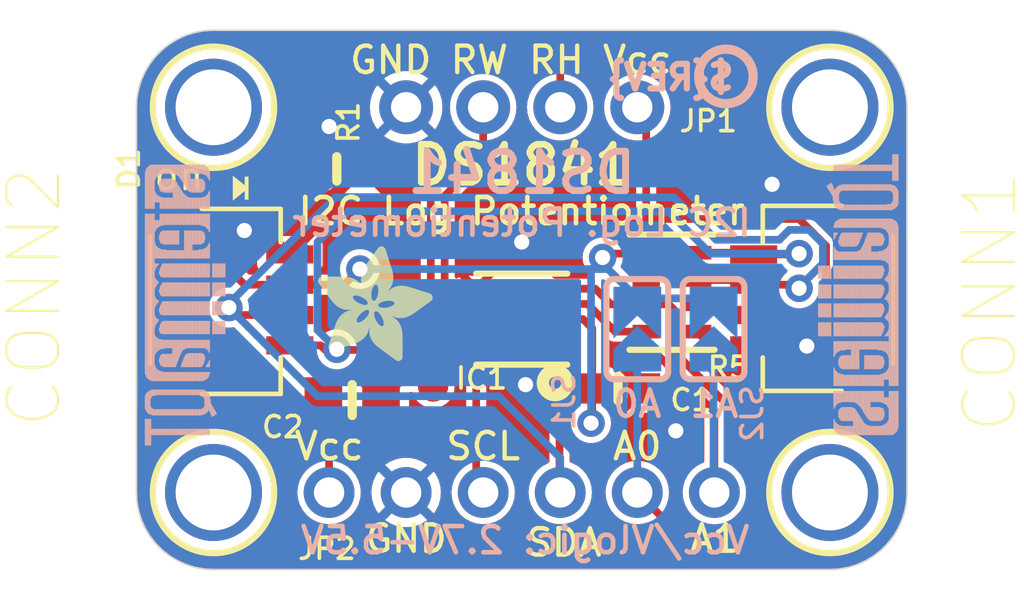
<source format=kicad_pcb>
(kicad_pcb (version 20221018) (generator pcbnew)
  (layers (0 "F.Cu" signal) (31 "B.Cu" signal) (34 "B.Paste" user) (35 "F.Paste" user) (36 "B.SilkS" user "B.Silkscreen") (37 "F.SilkS" user "F.Silkscreen") (38 "B.Mask" user) (39 "F.Mask" user) (44 "Edge.Cuts" user))
  (net 0 "")
  (net 1 "GND")
  (net 2 "SCL")
  (net 3 "SDA")
  (net 4 "VCC")
  (net 5 "A0")
  (net 6 "A1")
  (net 7 "RH")
  (net 8 "RW")
  (net 9 "N$2")
  (footprint "working:MOUNTINGHOLE_2.5_PLATED" (layer "F.Cu") (at 158.6611 111.3536)
    (fp_text reference "U$7" hide)
    (fp_text value "MOUNTINGHOLE2.5" hide)
    (pad "P$1" thru_hole circle (at 0 0) (size 3.2 3.2) (drill 2.5) (layers "*.Cu" "*.Mask"))
    (zone (net 0) (net_name "") (layer "F.Cu") (connect_pads (clearance 0)) (min_thickness 0.25)
      (keepout (tracks not_allowed) (vias not_allowed) (pads not_allowed) (copperpour not_allowed) (footprints allowed))
      (fill (thermal_gap 0.5) (thermal_bridge_width 0.5))
      (polygon (pts (xy 160.6771 111.3536) (xy 160.65748 111.073027) (xy 160.599004 110.797915) (xy 160.502808 110.533619) (xy 160.370765 110.285283) (xy 160.205446 110.05774) (xy 160.010067 109.85542) (xy 159.788433 109.68226) (xy 159.544856 109.541631) (xy 159.284078 109.43627) (xy 159.011175 109.368228) (xy 158.731457 109.338828) (xy 158.450371 109.348644) (xy 158.173385 109.397484) (xy 157.905893 109.484397) (xy 157.6531 109.607693) (xy 157.419926 109.76497) (xy 157.210911 109.953169) (xy 157.030122 110.168625) (xy 156.881078 110.407145) (xy 156.76668 110.664087) (xy 156.689154 110.93445) (xy 156.650011 111.212971) (xy 156.650011 111.494229) (xy 156.689154 111.77275) (xy 156.76668 112.043113) (xy 156.881078 112.300055) (xy 157.030122 112.538575) (xy 157.210911 112.754031) (xy 157.419926 112.94223) (xy 157.6531 113.099507) (xy 157.905893 113.222803) (xy 158.173385 113.309716) (xy 158.450371 113.358556) (xy 158.731457 113.368372) (xy 159.011175 113.338972) (xy 159.284078 113.27093) (xy 159.544856 113.165569) (xy 159.788433 113.02494) (xy 160.010067 112.85178) (xy 160.205446 112.64946) (xy 160.370765 112.421917) (xy 160.502808 112.173581) (xy 160.599004 111.909285) (xy 160.65748 111.634173)))
      (polygon (pts (xy 158.6451 111.3536) (xy 158.649786 111.364914) (xy 158.6611 111.3696) (xy 158.672414 111.364914) (xy 158.6771 111.3536) (xy 158.672414 111.342286) (xy 158.6611 111.3376) (xy 158.649786 111.342286)))
    )
    (zone (net 0) (net_name "") (layer "B.Cu") (connect_pads (clearance 0)) (min_thickness 0.25)
      (keepout (tracks not_allowed) (vias not_allowed) (pads not_allowed) (copperpour not_allowed) (footprints allowed))
      (fill (thermal_gap 0.5) (thermal_bridge_width 0.5))
      (polygon (pts (xy 160.6771 111.3536) (xy 160.65748 111.073027) (xy 160.599004 110.797915) (xy 160.502808 110.533619) (xy 160.370765 110.285283) (xy 160.205446 110.05774) (xy 160.010067 109.85542) (xy 159.788433 109.68226) (xy 159.544856 109.541631) (xy 159.284078 109.43627) (xy 159.011175 109.368228) (xy 158.731457 109.338828) (xy 158.450371 109.348644) (xy 158.173385 109.397484) (xy 157.905893 109.484397) (xy 157.6531 109.607693) (xy 157.419926 109.76497) (xy 157.210911 109.953169) (xy 157.030122 110.168625) (xy 156.881078 110.407145) (xy 156.76668 110.664087) (xy 156.689154 110.93445) (xy 156.650011 111.212971) (xy 156.650011 111.494229) (xy 156.689154 111.77275) (xy 156.76668 112.043113) (xy 156.881078 112.300055) (xy 157.030122 112.538575) (xy 157.210911 112.754031) (xy 157.419926 112.94223) (xy 157.6531 113.099507) (xy 157.905893 113.222803) (xy 158.173385 113.309716) (xy 158.450371 113.358556) (xy 158.731457 113.368372) (xy 159.011175 113.338972) (xy 159.284078 113.27093) (xy 159.544856 113.165569) (xy 159.788433 113.02494) (xy 160.010067 112.85178) (xy 160.205446 112.64946) (xy 160.370765 112.421917) (xy 160.502808 112.173581) (xy 160.599004 111.909285) (xy 160.65748 111.634173)))
      (polygon (pts (xy 158.6451 111.3536) (xy 158.649786 111.364914) (xy 158.6611 111.3696) (xy 158.672414 111.364914) (xy 158.6771 111.3536) (xy 158.672414 111.342286) (xy 158.6611 111.3376) (xy 158.649786 111.342286)))
    )
  )
  (footprint "working:0603-NO" (layer "F.Cu") (at 142.4051 100.6856)
    (fp_text reference "R1" (at 0.381 -2.286 90) (layer "F.SilkS") (effects (font (size 0.692831 0.692831) (thickness 0.119969)) (justify right)))
    (fp_text value "10K")
    (pad "1" smd rect (at -0.85 0) (size 1.075 1) (layers "F.Cu" "F.Paste" "F.Mask") (net 9 "N$2"))
    (pad "2" smd rect (at 0.85 0) (size 1.075 1) (layers "F.Cu" "F.Paste" "F.Mask") (net 1 "GND"))
  )
  (footprint "working:0603-NO" (layer "F.Cu") (at 151.6761 107.9246)
    (fp_text reference "C1" (at 1.651 0.381) (layer "F.SilkS") (effects (font (size 0.692831 0.692831) (thickness 0.119969)) (justify left)))
    (fp_text value "0.1uF")
    (pad "1" smd rect (at -0.85 0) (size 1.075 1) (layers "F.Cu" "F.Paste" "F.Mask") (net 4 "VCC"))
    (pad "2" smd rect (at 0.85 0) (size 1.075 1) (layers "F.Cu" "F.Paste" "F.Mask") (net 1 "GND"))
  )
  (footprint "working:FIDUCIAL_1MM" (layer "F.Cu") (at 145.5801 107.8611)
    (fp_text reference "FID1" hide)
    (fp_text value "FIDUCIAL_1MM" hide)
    (pad "1" smd roundrect (at 0 0) (size 1 1) (layers "F.Cu" "F.Mask") (roundrect_rratio 0.5))
  )
  (footprint "working:MOUNTINGHOLE_2.5_PLATED" (layer "F.Cu") (at 138.3411 98.6536)
    (fp_text reference "U$2" hide)
    (fp_text value "MOUNTINGHOLE2.5" hide)
    (pad "P$1" thru_hole circle (at 0 0) (size 3.2 3.2) (drill 2.5) (layers "*.Cu" "*.Mask"))
    (zone (net 0) (net_name "") (layer "F.Cu") (connect_pads (clearance 0)) (min_thickness 0.25)
      (keepout (tracks not_allowed) (vias not_allowed) (pads not_allowed) (copperpour not_allowed) (footprints allowed))
      (fill (thermal_gap 0.5) (thermal_bridge_width 0.5))
      (polygon (pts (xy 140.3571 98.6536) (xy 140.33748 98.373027) (xy 140.279004 98.097915) (xy 140.182808 97.833619) (xy 140.050765 97.585283) (xy 139.885446 97.35774) (xy 139.690067 97.15542) (xy 139.468433 96.98226) (xy 139.224856 96.841631) (xy 138.964078 96.73627) (xy 138.691175 96.668228) (xy 138.411457 96.638828) (xy 138.130371 96.648644) (xy 137.853385 96.697484) (xy 137.585893 96.784397) (xy 137.3331 96.907693) (xy 137.099926 97.06497) (xy 136.890911 97.253169) (xy 136.710122 97.468625) (xy 136.561078 97.707145) (xy 136.44668 97.964087) (xy 136.369154 98.23445) (xy 136.330011 98.512971) (xy 136.330011 98.794229) (xy 136.369154 99.07275) (xy 136.44668 99.343113) (xy 136.561078 99.600055) (xy 136.710122 99.838575) (xy 136.890911 100.054031) (xy 137.099926 100.24223) (xy 137.3331 100.399507) (xy 137.585893 100.522803) (xy 137.853385 100.609716) (xy 138.130371 100.658556) (xy 138.411457 100.668372) (xy 138.691175 100.638972) (xy 138.964078 100.57093) (xy 139.224856 100.465569) (xy 139.468433 100.32494) (xy 139.690067 100.15178) (xy 139.885446 99.94946) (xy 140.050765 99.721917) (xy 140.182808 99.473581) (xy 140.279004 99.209285) (xy 140.33748 98.934173)))
      (polygon (pts (xy 138.3251 98.6536) (xy 138.329786 98.664914) (xy 138.3411 98.6696) (xy 138.352414 98.664914) (xy 138.3571 98.6536) (xy 138.352414 98.642286) (xy 138.3411 98.6376) (xy 138.329786 98.642286)))
    )
    (zone (net 0) (net_name "") (layer "B.Cu") (connect_pads (clearance 0)) (min_thickness 0.25)
      (keepout (tracks not_allowed) (vias not_allowed) (pads not_allowed) (copperpour not_allowed) (footprints allowed))
      (fill (thermal_gap 0.5) (thermal_bridge_width 0.5))
      (polygon (pts (xy 140.3571 98.6536) (xy 140.33748 98.373027) (xy 140.279004 98.097915) (xy 140.182808 97.833619) (xy 140.050765 97.585283) (xy 139.885446 97.35774) (xy 139.690067 97.15542) (xy 139.468433 96.98226) (xy 139.224856 96.841631) (xy 138.964078 96.73627) (xy 138.691175 96.668228) (xy 138.411457 96.638828) (xy 138.130371 96.648644) (xy 137.853385 96.697484) (xy 137.585893 96.784397) (xy 137.3331 96.907693) (xy 137.099926 97.06497) (xy 136.890911 97.253169) (xy 136.710122 97.468625) (xy 136.561078 97.707145) (xy 136.44668 97.964087) (xy 136.369154 98.23445) (xy 136.330011 98.512971) (xy 136.330011 98.794229) (xy 136.369154 99.07275) (xy 136.44668 99.343113) (xy 136.561078 99.600055) (xy 136.710122 99.838575) (xy 136.890911 100.054031) (xy 137.099926 100.24223) (xy 137.3331 100.399507) (xy 137.585893 100.522803) (xy 137.853385 100.609716) (xy 138.130371 100.658556) (xy 138.411457 100.668372) (xy 138.691175 100.638972) (xy 138.964078 100.57093) (xy 139.224856 100.465569) (xy 139.468433 100.32494) (xy 139.690067 100.15178) (xy 139.885446 99.94946) (xy 140.050765 99.721917) (xy 140.182808 99.473581) (xy 140.279004 99.209285) (xy 140.33748 98.934173)))
      (polygon (pts (xy 138.3251 98.6536) (xy 138.329786 98.664914) (xy 138.3411 98.6696) (xy 138.352414 98.664914) (xy 138.3571 98.6536) (xy 138.352414 98.642286) (xy 138.3411 98.6376) (xy 138.329786 98.642286)))
    )
  )
  (footprint "working:MOUNTINGHOLE_2.5_PLATED" (layer "F.Cu") (at 158.6611 98.6536)
    (fp_text reference "U$3" hide)
    (fp_text value "MOUNTINGHOLE2.5" hide)
    (pad "P$1" thru_hole circle (at 0 0) (size 3.2 3.2) (drill 2.5) (layers "*.Cu" "*.Mask"))
    (zone (net 0) (net_name "") (layer "F.Cu") (connect_pads (clearance 0)) (min_thickness 0.25)
      (keepout (tracks not_allowed) (vias not_allowed) (pads not_allowed) (copperpour not_allowed) (footprints allowed))
      (fill (thermal_gap 0.5) (thermal_bridge_width 0.5))
      (polygon (pts (xy 160.6771 98.6536) (xy 160.65748 98.373027) (xy 160.599004 98.097915) (xy 160.502808 97.833619) (xy 160.370765 97.585283) (xy 160.205446 97.35774) (xy 160.010067 97.15542) (xy 159.788433 96.98226) (xy 159.544856 96.841631) (xy 159.284078 96.73627) (xy 159.011175 96.668228) (xy 158.731457 96.638828) (xy 158.450371 96.648644) (xy 158.173385 96.697484) (xy 157.905893 96.784397) (xy 157.6531 96.907693) (xy 157.419926 97.06497) (xy 157.210911 97.253169) (xy 157.030122 97.468625) (xy 156.881078 97.707145) (xy 156.76668 97.964087) (xy 156.689154 98.23445) (xy 156.650011 98.512971) (xy 156.650011 98.794229) (xy 156.689154 99.07275) (xy 156.76668 99.343113) (xy 156.881078 99.600055) (xy 157.030122 99.838575) (xy 157.210911 100.054031) (xy 157.419926 100.24223) (xy 157.6531 100.399507) (xy 157.905893 100.522803) (xy 158.173385 100.609716) (xy 158.450371 100.658556) (xy 158.731457 100.668372) (xy 159.011175 100.638972) (xy 159.284078 100.57093) (xy 159.544856 100.465569) (xy 159.788433 100.32494) (xy 160.010067 100.15178) (xy 160.205446 99.94946) (xy 160.370765 99.721917) (xy 160.502808 99.473581) (xy 160.599004 99.209285) (xy 160.65748 98.934173)))
      (polygon (pts (xy 158.6451 98.6536) (xy 158.649786 98.664914) (xy 158.6611 98.6696) (xy 158.672414 98.664914) (xy 158.6771 98.6536) (xy 158.672414 98.642286) (xy 158.6611 98.6376) (xy 158.649786 98.642286)))
    )
    (zone (net 0) (net_name "") (layer "B.Cu") (connect_pads (clearance 0)) (min_thickness 0.25)
      (keepout (tracks not_allowed) (vias not_allowed) (pads not_allowed) (copperpour not_allowed) (footprints allowed))
      (fill (thermal_gap 0.5) (thermal_bridge_width 0.5))
      (polygon (pts (xy 160.6771 98.6536) (xy 160.65748 98.373027) (xy 160.599004 98.097915) (xy 160.502808 97.833619) (xy 160.370765 97.585283) (xy 160.205446 97.35774) (xy 160.010067 97.15542) (xy 159.788433 96.98226) (xy 159.544856 96.841631) (xy 159.284078 96.73627) (xy 159.011175 96.668228) (xy 158.731457 96.638828) (xy 158.450371 96.648644) (xy 158.173385 96.697484) (xy 157.905893 96.784397) (xy 157.6531 96.907693) (xy 157.419926 97.06497) (xy 157.210911 97.253169) (xy 157.030122 97.468625) (xy 156.881078 97.707145) (xy 156.76668 97.964087) (xy 156.689154 98.23445) (xy 156.650011 98.512971) (xy 156.650011 98.794229) (xy 156.689154 99.07275) (xy 156.76668 99.343113) (xy 156.881078 99.600055) (xy 157.030122 99.838575) (xy 157.210911 100.054031) (xy 157.419926 100.24223) (xy 157.6531 100.399507) (xy 157.905893 100.522803) (xy 158.173385 100.609716) (xy 158.450371 100.658556) (xy 158.731457 100.668372) (xy 159.011175 100.638972) (xy 159.284078 100.57093) (xy 159.544856 100.465569) (xy 159.788433 100.32494) (xy 160.010067 100.15178) (xy 160.205446 99.94946) (xy 160.370765 99.721917) (xy 160.502808 99.473581) (xy 160.599004 99.209285) (xy 160.65748 98.934173)))
      (polygon (pts (xy 158.6451 98.6536) (xy 158.649786 98.664914) (xy 158.6611 98.6696) (xy 158.672414 98.664914) (xy 158.6771 98.6536) (xy 158.672414 98.642286) (xy 158.6611 98.6376) (xy 158.649786 98.642286)))
    )
  )
  (footprint "working:MOUNTINGHOLE_2.5_PLATED" (layer "F.Cu") (at 138.3411 111.3536)
    (fp_text reference "U$6" hide)
    (fp_text value "MOUNTINGHOLE2.5" hide)
    (pad "P$1" thru_hole circle (at 0 0) (size 3.2 3.2) (drill 2.5) (layers "*.Cu" "*.Mask"))
    (zone (net 0) (net_name "") (layer "F.Cu") (connect_pads (clearance 0)) (min_thickness 0.25)
      (keepout (tracks not_allowed) (vias not_allowed) (pads not_allowed) (copperpour not_allowed) (footprints allowed))
      (fill (thermal_gap 0.5) (thermal_bridge_width 0.5))
      (polygon (pts (xy 140.3571 111.3536) (xy 140.33748 111.073027) (xy 140.279004 110.797915) (xy 140.182808 110.533619) (xy 140.050765 110.285283) (xy 139.885446 110.05774) (xy 139.690067 109.85542) (xy 139.468433 109.68226) (xy 139.224856 109.541631) (xy 138.964078 109.43627) (xy 138.691175 109.368228) (xy 138.411457 109.338828) (xy 138.130371 109.348644) (xy 137.853385 109.397484) (xy 137.585893 109.484397) (xy 137.3331 109.607693) (xy 137.099926 109.76497) (xy 136.890911 109.953169) (xy 136.710122 110.168625) (xy 136.561078 110.407145) (xy 136.44668 110.664087) (xy 136.369154 110.93445) (xy 136.330011 111.212971) (xy 136.330011 111.494229) (xy 136.369154 111.77275) (xy 136.44668 112.043113) (xy 136.561078 112.300055) (xy 136.710122 112.538575) (xy 136.890911 112.754031) (xy 137.099926 112.94223) (xy 137.3331 113.099507) (xy 137.585893 113.222803) (xy 137.853385 113.309716) (xy 138.130371 113.358556) (xy 138.411457 113.368372) (xy 138.691175 113.338972) (xy 138.964078 113.27093) (xy 139.224856 113.165569) (xy 139.468433 113.02494) (xy 139.690067 112.85178) (xy 139.885446 112.64946) (xy 140.050765 112.421917) (xy 140.182808 112.173581) (xy 140.279004 111.909285) (xy 140.33748 111.634173)))
      (polygon (pts (xy 138.3251 111.3536) (xy 138.329786 111.364914) (xy 138.3411 111.3696) (xy 138.352414 111.364914) (xy 138.3571 111.3536) (xy 138.352414 111.342286) (xy 138.3411 111.3376) (xy 138.329786 111.342286)))
    )
    (zone (net 0) (net_name "") (layer "B.Cu") (connect_pads (clearance 0)) (min_thickness 0.25)
      (keepout (tracks not_allowed) (vias not_allowed) (pads not_allowed) (copperpour not_allowed) (footprints allowed))
      (fill (thermal_gap 0.5) (thermal_bridge_width 0.5))
      (polygon (pts (xy 140.3571 111.3536) (xy 140.33748 111.073027) (xy 140.279004 110.797915) (xy 140.182808 110.533619) (xy 140.050765 110.285283) (xy 139.885446 110.05774) (xy 139.690067 109.85542) (xy 139.468433 109.68226) (xy 139.224856 109.541631) (xy 138.964078 109.43627) (xy 138.691175 109.368228) (xy 138.411457 109.338828) (xy 138.130371 109.348644) (xy 137.853385 109.397484) (xy 137.585893 109.484397) (xy 137.3331 109.607693) (xy 137.099926 109.76497) (xy 136.890911 109.953169) (xy 136.710122 110.168625) (xy 136.561078 110.407145) (xy 136.44668 110.664087) (xy 136.369154 110.93445) (xy 136.330011 111.212971) (xy 136.330011 111.494229) (xy 136.369154 111.77275) (xy 136.44668 112.043113) (xy 136.561078 112.300055) (xy 136.710122 112.538575) (xy 136.890911 112.754031) (xy 137.099926 112.94223) (xy 137.3331 113.099507) (xy 137.585893 113.222803) (xy 137.853385 113.309716) (xy 138.130371 113.358556) (xy 138.411457 113.368372) (xy 138.691175 113.338972) (xy 138.964078 113.27093) (xy 139.224856 113.165569) (xy 139.468433 113.02494) (xy 139.690067 112.85178) (xy 139.885446 112.64946) (xy 140.050765 112.421917) (xy 140.182808 112.173581) (xy 140.279004 111.909285) (xy 140.33748 111.634173)))
      (polygon (pts (xy 138.3251 111.3536) (xy 138.329786 111.364914) (xy 138.3411 111.3696) (xy 138.352414 111.364914) (xy 138.3571 111.3536) (xy 138.352414 111.342286) (xy 138.3411 111.3376) (xy 138.329786 111.342286)))
    )
  )
  (footprint "working:JST_SH4" (layer "F.Cu") (at 158.6611 105.0036 90)
    (fp_text reference "CONN1" (at -4.473 5.276 90) (layer "F.SilkS") (effects (font (size 1.703222 1.703222) (thickness 0.074778)) (justify left)))
    (fp_text value "STEMMA_I2C_QT" hide)
    (pad "1" smd rect (at -1.5 -2.514 180) (size 1.55 0.6) (layers "F.Cu" "F.Paste" "F.Mask") (net 1 "GND"))
    (pad "2" smd rect (at -0.5 -2.514 180) (size 1.55 0.6) (layers "F.Cu" "F.Paste" "F.Mask") (net 4 "VCC"))
    (pad "3" smd rect (at 0.5 -2.514 180) (size 1.55 0.6) (layers "F.Cu" "F.Paste" "F.Mask") (net 3 "SDA"))
    (pad "4" smd rect (at 1.5 -2.514 180) (size 1.55 0.6) (layers "F.Cu" "F.Paste" "F.Mask") (net 2 "SCL"))
    (pad "MT1" smd rect (at -2.8 1.386 180) (size 1.8 1.2) (layers "F.Cu" "F.Paste" "F.Mask"))
    (pad "MT2" smd rect (at 2.8 1.386 180) (size 1.8 1.2) (layers "F.Cu" "F.Paste" "F.Mask"))
  )
  (footprint "working:JST_SH4" (layer "F.Cu") (at 138.3411 105.0036 -90)
    (fp_text reference "CONN2" (at -4.473 5.911 90) (layer "F.SilkS") (effects (font (size 1.703222 1.703222) (thickness 0.074778)) (justify right)))
    (fp_text value "STEMMA_I2C_QT" hide)
    (pad "1" smd rect (at -1.5 -2.514) (size 1.55 0.6) (layers "F.Cu" "F.Paste" "F.Mask") (net 1 "GND"))
    (pad "2" smd rect (at -0.5 -2.514) (size 1.55 0.6) (layers "F.Cu" "F.Paste" "F.Mask") (net 4 "VCC"))
    (pad "3" smd rect (at 0.5 -2.514) (size 1.55 0.6) (layers "F.Cu" "F.Paste" "F.Mask") (net 3 "SDA"))
    (pad "4" smd rect (at 1.5 -2.514) (size 1.55 0.6) (layers "F.Cu" "F.Paste" "F.Mask") (net 2 "SCL"))
    (pad "MT1" smd rect (at -2.8 1.386) (size 1.8 1.2) (layers "F.Cu" "F.Paste" "F.Mask"))
    (pad "MT2" smd rect (at 2.8 1.386) (size 1.8 1.2) (layers "F.Cu" "F.Paste" "F.Mask"))
  )
  (footprint "working:0805-NO" (layer "F.Cu") (at 142.9131 108.3056)
    (fp_text reference "C2" (at -3.048 0.889) (layer "F.SilkS") (effects (font (size 0.692831 0.692831) (thickness 0.119969)) (justify left)))
    (fp_text value "10uF")
    (pad "1" smd rect (at -0.95 0) (size 1.24 1.5) (layers "F.Cu" "F.Paste" "F.Mask") (net 4 "VCC"))
    (pad "2" smd rect (at 0.95 0) (size 1.24 1.5) (layers "F.Cu" "F.Paste" "F.Mask") (net 1 "GND"))
  )
  (footprint "working:1X06_ROUND" (layer "F.Cu") (at 148.5011 111.3536)
    (fp_text reference "JP2" (at -7.4422 1.8542) (layer "F.SilkS") (effects (font (size 0.692831 0.692831) (thickness 0.119969)) (justify left)))
    (fp_text value "")
    (pad "1" thru_hole circle (at -6.35 0 90) (size 1.6764 1.6764) (drill 1) (layers "*.Cu" "*.Mask") (net 4 "VCC"))
    (pad "2" thru_hole circle (at -3.81 0 90) (size 1.6764 1.6764) (drill 1) (layers "*.Cu" "*.Mask") (net 1 "GND"))
    (pad "3" thru_hole circle (at -1.27 0 90) (size 1.6764 1.6764) (drill 1) (layers "*.Cu" "*.Mask") (net 2 "SCL"))
    (pad "4" thru_hole circle (at 1.27 0 90) (size 1.6764 1.6764) (drill 1) (layers "*.Cu" "*.Mask") (net 3 "SDA"))
    (pad "5" thru_hole circle (at 3.81 0 90) (size 1.6764 1.6764) (drill 1) (layers "*.Cu" "*.Mask") (net 5 "A0"))
    (pad "6" thru_hole circle (at 6.35 0 90) (size 1.6764 1.6764) (drill 1) (layers "*.Cu" "*.Mask") (net 6 "A1"))
  )
  (footprint "working:1X04_ROUND" (layer "F.Cu") (at 148.5011 98.6536)
    (fp_text reference "JP1" (at 5.1308 0.4572) (layer "F.SilkS") (effects (font (size 0.692831 0.692831) (thickness 0.119969)) (justify left)))
    (fp_text value "")
    (pad "1" thru_hole circle (at -3.81 0 90) (size 1.778 1.778) (drill 1) (layers "*.Cu" "*.Mask") (net 1 "GND"))
    (pad "2" thru_hole circle (at -1.27 0 90) (size 1.778 1.778) (drill 1) (layers "*.Cu" "*.Mask") (net 8 "RW"))
    (pad "3" thru_hole circle (at 1.27 0 90) (size 1.778 1.778) (drill 1) (layers "*.Cu" "*.Mask") (net 7 "RH"))
    (pad "4" thru_hole circle (at 3.81 0 90) (size 1.778 1.778) (drill 1) (layers "*.Cu" "*.Mask") (net 4 "VCC"))
  )
  (footprint "working:FIDUCIAL_1MM" (layer "F.Cu") (at 154.8511 100.6475)
    (fp_text reference "FID2" hide)
    (fp_text value "FIDUCIAL_1MM" hide)
    (pad "1" smd roundrect (at 0 0) (size 1 1) (layers "F.Cu" "F.Mask") (roundrect_rratio 0.5))
  )
  (footprint "working:CHIPLED_0603_NOOUTLINE" (layer "F.Cu") (at 139.2301 101.3206 -90)
    (fp_text reference "D1" (at 0.127 3.683 90) (layer "F.SilkS") (effects (font (size 0.692831 0.692831) (thickness 0.119969)) (justify left)))
    (fp_text value "GREEN")
    (pad "A" smd rect (at 0 0.75 270) (size 0.8 0.8) (layers "F.Cu" "F.Paste" "F.Mask") (net 4 "VCC"))
    (pad "C" smd rect (at 0 -0.75 270) (size 0.8 0.8) (layers "F.Cu" "F.Paste" "F.Mask") (net 9 "N$2"))
  )
  (footprint "working:ADAFRUIT_3.5MM" (layer "F.Cu") (at 141.7701 107.0356)
    (fp_text reference "U$8" hide)
    (fp_text value "" hide)
  )
  (footprint "working:RESPACK_4X0603" (layer "F.Cu") (at 153.4541 104.7496 90)
    (fp_text reference "R5" (at -2.489 2.616) (layer "F.SilkS") (effects (font (size 0.692831 0.692831) (thickness 0.119969)) (justify right)))
    (fp_text value "10K")
    (pad "1" smd rect (at -1.3 0.85 90) (size 0.45 0.9) (layers "F.Cu" "F.Paste" "F.Mask") (net 1 "GND"))
    (pad "2" smd rect (at -0.4 0.85 90) (size 0.45 0.9) (layers "F.Cu" "F.Paste" "F.Mask") (net 1 "GND"))
    (pad "3" smd rect (at 0.4 0.85 90) (size 0.45 0.9) (layers "F.Cu" "F.Paste" "F.Mask") (net 3 "SDA"))
    (pad "4" smd rect (at 1.3 0.85 90) (size 0.45 0.9) (layers "F.Cu" "F.Paste" "F.Mask") (net 2 "SCL"))
    (pad "5" smd rect (at 1.3 -0.85 90) (size 0.45 0.9) (layers "F.Cu" "F.Paste" "F.Mask") (net 4 "VCC"))
    (pad "6" smd rect (at 0.4 -0.85 90) (size 0.45 0.9) (layers "F.Cu" "F.Paste" "F.Mask") (net 4 "VCC"))
    (pad "7" smd rect (at -0.4 -0.85 90) (size 0.45 0.9) (layers "F.Cu" "F.Paste" "F.Mask") (net 5 "A0"))
    (pad "8" smd rect (at -1.3 -0.85 90) (size 0.45 0.9) (layers "F.Cu" "F.Paste" "F.Mask") (net 6 "A1"))
  )
  (footprint "working:DFN10_3X3MM" (layer "F.Cu") (at 148.5011 105.6386 90)
    (fp_text reference "IC1" (at -1.954 -0.405) (layer "F.SilkS") (effects (font (size 0.692831 0.692831) (thickness 0.119969)) (justify right)))
    (fp_text value "DS1841")
    (pad "1" smd rect (at -1 1.5 90) (size 0.25 0.8) (layers "F.Cu" "F.Paste" "F.Mask") (net 3 "SDA"))
    (pad "2" smd rect (at -0.5 1.5 90) (size 0.25 0.8) (layers "F.Cu" "F.Paste" "F.Mask") (net 1 "GND"))
    (pad "3" smd rect (at 0 1.5 90) (size 0.25 0.8) (layers "F.Cu" "F.Paste" "F.Mask") (net 4 "VCC"))
    (pad "4" smd rect (at 0.5 1.5 90) (size 0.25 0.8) (layers "F.Cu" "F.Paste" "F.Mask") (net 6 "A1"))
    (pad "5" smd rect (at 1 1.5 90) (size 0.25 0.8) (layers "F.Cu" "F.Paste" "F.Mask") (net 5 "A0"))
    (pad "6" smd rect (at 1 -1.5 90) (size 0.25 0.8) (layers "F.Cu" "F.Paste" "F.Mask") (net 1 "GND"))
    (pad "7" smd rect (at 0.5 -1.5 90) (size 0.25 0.8) (layers "F.Cu" "F.Paste" "F.Mask") (net 8 "RW"))
    (pad "8" smd rect (at 0 -1.5 90) (size 0.25 0.8) (layers "F.Cu" "F.Paste" "F.Mask") (net 7 "RH"))
    (pad "9" smd rect (at -0.5 -1.5 90) (size 0.25 0.8) (layers "F.Cu" "F.Paste" "F.Mask"))
    (pad "10" smd rect (at -1 -1.5 90) (size 0.25 0.8) (layers "F.Cu" "F.Paste" "F.Mask") (net 2 "SCL"))
    (pad "GND" smd rect (at 0 0 90) (size 2.35 1.58) (layers "F.Cu" "F.Mask") (net 1 "GND"))
  )
  (footprint "working:SOLDERJUMPER_ARROW_NOPASTE" (layer "B.Cu") (at 152.3111 105.9688 90)
    (fp_text reference "SJ1" (at -1.397 -2.413 90) (layer "B.SilkS") (effects (font (size 0.692831 0.692831) (thickness 0.119969)) (justify left mirror)))
    (fp_text value "")
    (fp_poly (pts (xy 0.106121 -0.002663) (xy -0.679416 -0.7882) (xy -1.3946 -0.7882) (xy -1.3946 0.7882) (xy -0.62715 0.7882)) (fill solid) (layer "B.Cu"))
    (fp_poly (pts (xy 1.3946 -0.7882) (xy -0.315893 -0.7882) (xy 0.443148 0) (xy -0.315893 0.7882) (xy 1.3946 0.7882)) (fill solid) (layer "B.Cu"))
    (pad "1" smd roundrect (at -1.016 0 90) (size 0.762 1.524) (layers "B.Cu") (net 5 "A0"))
    (pad "2" smd roundrect (at 1.016 0 90) (size 0.762 1.524) (layers "B.Cu") (net 4 "VCC"))
  )
  (footprint "working:STEMMAQT" (layer "B.Cu") (at 138.7221 100.5586 -90)
    (fp_text reference "U$11" hide)
    (fp_text value "" hide)
  )
  (footprint "working:PCBFEAT-REV-040" (layer "B.Cu") (at 155.2321 97.6376 180)
    (fp_text reference "U$9" hide)
    (fp_text value "" hide)
    (fp_text user "${REV}" (at -0.3556 -0.508) (layer "B.SilkS") (effects (font (size 0.8128 0.8128) (thickness 0.2032)) (justify left bottom mirror)))
  )
  (footprint "working:SOLDERJUMPER_ARROW_NOPASTE" (layer "B.Cu") (at 154.8257 105.9688 90)
    (fp_text reference "SJ2" (at -1.778 1.27 90) (layer "B.SilkS") (effects (font (size 0.692831 0.692831) (thickness 0.119969)) (justify left mirror)))
    (fp_text value "")
    (fp_poly (pts (xy 0.106121 -0.002663) (xy -0.679416 -0.7882) (xy -1.3946 -0.7882) (xy -1.3946 0.7882) (xy -0.62715 0.7882)) (fill solid) (layer "B.Cu"))
    (fp_poly (pts (xy 1.3946 -0.7882) (xy -0.315893 -0.7882) (xy 0.443148 0) (xy -0.315893 0.7882) (xy 1.3946 0.7882)) (fill solid) (layer "B.Cu"))
    (pad "1" smd roundrect (at -1.016 0 90) (size 0.762 1.524) (layers "B.Cu") (net 6 "A1"))
    (pad "2" smd roundrect (at 1.016 0 90) (size 0.762 1.524) (layers "B.Cu") (net 4 "VCC"))
  )
  (footprint "working:STEMMAQT" (layer "B.Cu") (at 158.2801 109.4486 90)
    (fp_text reference "U$10" hide)
    (fp_text value "" hide)
  )
  (gr_arc (start 135.8011 98.6536) (mid 136.545049 96.857549) (end 138.3411 96.1136) (stroke (width 0.05)) (layer "Edge.Cuts"))
  (gr_line (start 161.2011 111.3536) (end 161.2011 98.6536) (stroke (width 0.05)) (layer "Edge.Cuts"))
  (gr_line (start 158.6611 96.1136) (end 138.3411 96.1136) (stroke (width 0.05)) (layer "Edge.Cuts"))
  (gr_arc (start 138.3411 113.8936) (mid 136.545049 113.149651) (end 135.8011 111.3536) (stroke (width 0.05)) (layer "Edge.Cuts"))
  (gr_line (start 135.8011 98.6536) (end 135.8011 111.3536) (stroke (width 0.05)) (layer "Edge.Cuts"))
  (gr_arc (start 158.6611 96.1136) (mid 160.457151 96.857549) (end 161.2011 98.6536) (stroke (width 0.05)) (layer "Edge.Cuts"))
  (gr_arc (start 161.2011 111.3536) (mid 160.457151 113.149651) (end 158.6611 113.8936) (stroke (width 0.05)) (layer "Edge.Cuts"))
  (gr_line (start 138.3411 113.8936) (end 158.6611 113.8936) (stroke (width 0.05)) (layer "Edge.Cuts"))
  (gr_text "Vcc/Vlogic: 2.7V-5.5V" (at 156.0957 113.4364) (layer "B.SilkS") (effects (font (size 0.8636 0.8636) (thickness 0.1524)) (justify left bottom mirror)))
  (gr_text "A0" (at 152.3111 108.4326) (layer "B.SilkS") (effects (font (size 0.8636 0.8636) (thickness 0.1524)) (justify mirror)))
  (gr_text "A1" (at 154.8511 108.4326) (layer "B.SilkS") (effects (font (size 0.8636 0.8636) (thickness 0.1524)) (justify mirror)))
  (gr_text "I2C Log. Potentiometer" (at 148.5011 102.4636) (layer "B.SilkS") (effects (font (size 0.8636 0.8636) (thickness 0.1524)) (justify mirror)))
  (gr_text "DS1841" (at 148.5011 100.8126) (layer "B.SilkS") (effects (font (size 1.2954 1.2954) (thickness 0.2286)) (justify mirror)))
  (gr_text "Vcc" (at 152.3111 97.09785) (layer "F.SilkS") (effects (font (size 0.87376 0.87376) (thickness 0.14224))))
  (gr_text "RW" (at 147.1041 97.09785) (layer "F.SilkS") (effects (font (size 0.87376 0.87376) (thickness 0.14224))))
  (gr_text "GND" (at 144.6911 112.8776) (layer "F.SilkS") (effects (font (size 0.87376 0.87376) (thickness 0.14224))))
  (gr_text "SCL" (at 147.2311 109.8296) (layer "F.SilkS") (effects (font (size 0.87376 0.87376) (thickness 0.14224))))
  (gr_text "RH" (at 149.6441 97.09785) (layer "F.SilkS") (effects (font (size 0.87376 0.87376) (thickness 0.14224))))
  (gr_text "A0" (at 152.3111 109.8296) (layer "F.SilkS") (effects (font (size 0.87376 0.87376) (thickness 0.14224))))
  (gr_text "A1" (at 154.8511 112.8776) (layer "F.SilkS") (effects (font (size 0.87376 0.87376) (thickness 0.14224))))
  (gr_text "Vcc" (at 142.1511 109.8296) (layer "F.SilkS") (effects (font (size 0.87376 0.87376) (thickness 0.14224))))
  (gr_text "on" (at 136.3091 101.4476) (layer "F.SilkS") (effects (font (size 0.89408 0.89408) (thickness 0.12192)) (justify left bottom)))
  (gr_text "DS1841" (at 148.5011 100.5586) (layer "F.SilkS") (effects (font (size 1.25222 1.25222) (thickness 0.22098))))
  (gr_text "I2C Log Potentiometer" (at 148.5011 102.0826) (layer "F.SilkS") (effects (font (size 0.8636 0.8636) (thickness 0.1524))))
  (gr_text "SDA" (at 149.8981 113.0046) (layer "F.SilkS") (effects (font (size 0.87376 0.87376) (thickness 0.14224))))
  (gr_text "GND" (at 144.1831 97.09785) (layer "F.SilkS") (effects (font (size 0.87376 0.87376) (thickness 0.14224))))
  (segment (start 149.0011 106.1386) (end 148.5011 105.6386) (width 0.254) (layer "F.Cu") (net 1))
  (segment (start 150.0011 106.1386) (end 149.0011 106.1386) (width 0.254) (layer "F.Cu") (net 1))
  (via (at 139.3571 102.7176) (size 0.9064) (drill 0.5) (layers "F.Cu" "B.Cu") (net 1))
  (via (at 153.5811 109.3216) (size 0.9064) (drill 0.5) (layers "F.Cu" "B.Cu") (net 1))
  (via (at 148.6281 107.7976) (size 0.9064) (drill 0.5) (layers "F.Cu" "B.Cu") (net 1))
  (via (at 156.7561 101.1936) (size 0.9064) (drill 0.5) (layers "F.Cu" "B.Cu") (net 1))
  (via (at 148.5011 103.0986) (size 0.9064) (drill 0.5) (layers "F.Cu" "B.Cu") (net 1))
  (via (at 142.1511 99.2886) (size 0.9064) (drill 0.5) (layers "F.Cu" "B.Cu") (net 1))
  (via (at 157.8991 106.5276) (size 0.9064) (drill 0.5) (layers "F.Cu" "B.Cu") (net 1))
  (segment (start 157.6211 103.5036) (end 157.6451 103.4796) (width 0.254) (layer "F.Cu") (net 2))
  (segment (start 141.8731 106.5036) (end 142.0241 106.6546) (width 0.254) (layer "F.Cu") (net 2))
  (segment (start 147.0011 111.1236) (end 147.2311 111.3536) (width 0.254) (layer "F.Cu") (net 2))
  (segment (start 142.4265 106.6546) (end 146.9851 106.6546) (width 0.254) (layer "F.Cu") (net 2))
  (segment (start 154.3041 103.4496) (end 156.0931 103.4496) (width 0.254) (layer "F.Cu") (net 2))
  (segment (start 156.0931 103.4496) (end 156.1471 103.5036) (width 0.254) (layer "F.Cu") (net 2))
  (segment (start 140.8551 106.5036) (end 141.8731 106.5036) (width 0.254) (layer "F.Cu") (net 2))
  (segment (start 142.4051 106.6332) (end 142.4265 106.6546) (width 0.254) (layer "F.Cu") (net 2))
  (segment (start 147.0011 106.6386) (end 147.0011 111.1236) (width 0.254) (layer "F.Cu") (net 2))
  (segment (start 146.9851 106.6546) (end 147.0011 106.6386) (width 0.254) (layer "F.Cu") (net 2))
  (segment (start 142.0241 106.6546) (end 142.4265 106.6546) (width 0.254) (layer "F.Cu") (net 2))
  (segment (start 156.1471 103.5036) (end 157.6211 103.5036) (width 0.254) (layer "F.Cu") (net 2))
  (via (at 142.4051 106.6332) (size 0.9064) (drill 0.5) (layers "F.Cu" "B.Cu") (net 2))
  (via (at 157.6451 103.4796) (size 0.9064) (drill 0.5) (layers "F.Cu" "B.Cu") (net 2))
  (segment (start 141.7701 105.9982) (end 142.4051 106.6332) (width 0.254) (layer "B.Cu") (net 2))
  (segment (start 153.3271 102.0826) (end 142.7861 102.0826) (width 0.254) (layer "B.Cu") (net 2))
  (segment (start 154.7241 103.4796) (end 153.3271 102.0826) (width 0.254) (layer "B.Cu") (net 2))
  (segment (start 142.7861 102.0826) (end 141.7701 103.0986) (width 0.254) (layer "B.Cu") (net 2))
  (segment (start 141.7701 103.0986) (end 141.7701 105.9982) (width 0.254) (layer "B.Cu") (net 2))
  (segment (start 157.6451 103.4796) (end 154.7241 103.4796) (width 0.254) (layer "B.Cu") (net 2))
  (segment (start 139.0951 105.5036) (end 138.8491 105.2576) (width 0.254) (layer "F.Cu") (net 3))
  (segment (start 154.3041 104.3496) (end 155.9931 104.3496) (width 0.254) (layer "F.Cu") (net 3))
  (segment (start 140.8551 105.5036) (end 139.0951 105.5036) (width 0.254) (layer "F.Cu") (net 3))
  (segment (start 156.1471 104.5036) (end 157.5261 104.5036) (width 0.254) (layer "F.Cu") (net 3))
  (segment (start 149.7471 106.8926) (end 149.7471 111.3296) (width 0.254) (layer "F.Cu") (net 3))
  (segment (start 157.5261 104.5036) (end 157.6451 104.6226) (width 0.254) (layer "F.Cu") (net 3))
  (segment (start 155.9931 104.3496) (end 156.1471 104.5036) (width 0.254) (layer "F.Cu") (net 3))
  (segment (start 149.7711 111.3536) (end 149.7471 111.3296) (width 0.254) (layer "F.Cu") (net 3))
  (segment (start 150.0011 106.6386) (end 149.7471 106.8926) (width 0.254) (layer "F.Cu") (net 3))
  (via (at 157.6451 104.6226) (size 0.9064) (drill 0.5) (layers "F.Cu" "B.Cu") (net 3))
  (via (at 138.8491 105.2576) (size 0.9064) (drill 0.5) (layers "F.Cu" "B.Cu") (net 3))
  (segment (start 154.913481 103.0224) (end 153.516481 101.6254) (width 0.254) (layer "B.Cu") (net 3))
  (segment (start 157.3206 102.6962) (end 156.9944 103.0224) (width 0.254) (layer "B.Cu") (net 3))
  (segment (start 157.6451 104.5875) (end 158.4285 103.8041) (width 0.254) (layer "B.Cu") (net 3))
  (segment (start 158.4285 103.1551) (end 157.9696 102.6962) (width 0.254) (layer "B.Cu") (net 3))
  (segment (start 153.516481 101.6254) (end 142.3543 101.6254) (width 0.254) (layer "B.Cu") (net 3))
  (segment (start 157.6451 104.6226) (end 157.6451 104.5875) (width 0.254) (layer "B.Cu") (net 3))
  (segment (start 142.3543 101.6254) (end 138.8491 105.1306) (width 0.254) (layer "B.Cu") (net 3))
  (segment (start 141.7701 108.1786) (end 147.7391 108.1786) (width 0.254) (layer "B.Cu") (net 3))
  (segment (start 149.7711 110.2106) (end 149.7711 111.3536) (width 0.254) (layer "B.Cu") (net 3))
  (segment (start 158.4285 103.8041) (end 158.4285 103.1551) (width 0.254) (layer "B.Cu") (net 3))
  (segment (start 156.9944 103.0224) (end 154.913481 103.0224) (width 0.254) (layer "B.Cu") (net 3))
  (segment (start 138.8491 105.2576) (end 141.7701 108.1786) (width 0.254) (layer "B.Cu") (net 3))
  (segment (start 157.9696 102.6962) (end 157.3206 102.6962) (width 0.254) (layer "B.Cu") (net 3))
  (segment (start 147.7391 108.1786) (end 149.7711 110.2106) (width 0.254) (layer "B.Cu") (net 3))
  (segment (start 138.8491 105.1306) (end 138.8491 105.2576) (width 0.254) (layer "B.Cu") (net 3))
  (segment (start 158.5341 104.8766) (end 158.5341 103.2256) (width 0.254) (layer "F.Cu") (net 4))
  (segment (start 150.8261 107.9246) (end 150.8261 109.0286) (width 0.254) (layer "F.Cu") (net 4))
  (segment (start 152.8191 102.3366) (end 152.6041 102.5516) (width 0.254) (layer "F.Cu") (net 4))
  (segment (start 140.1191 108.3056) (end 141.9631 108.3056) (width 0.254) (layer "F.Cu") (net 4))
  (segment (start 138.4801 101.3206) (end 138.4801 103.6186) (width 0.254) (layer "F.Cu") (net 4))
  (segment (start 142.6511 104.5036) (end 143.1671 103.9876) (width 0.254) (layer "F.Cu") (net 4))
  (segment (start 139.3651 104.5036) (end 140.8551 104.5036) (width 0.254) (layer "F.Cu") (net 4))
  (segment (start 158.5341 103.2256) (end 157.6451 102.3366) (width 0.254) (layer "F.Cu") (net 4))
  (segment (start 152.3111 98.6536) (end 152.6041 98.9466) (width 0.254) (layer "F.Cu") (net 4))
  (segment (start 152.6041 103.4496) (end 152.6041 103.4796) (width 0.254) (layer "F.Cu") (net 4))
  (segment (start 138.4801 103.7216) (end 137.5791 104.6226) (width 0.254) (layer "F.Cu") (net 4))
  (segment (start 138.4801 103.6186) (end 139.3651 104.5036) (width 0.254) (layer "F.Cu") (net 4))
  (segment (start 152.6041 98.9466) (end 152.6041 102.5516) (width 0.254) (layer "F.Cu") (net 4))
  (segment (start 157.6451 102.3366) (end 152.8191 102.3366) (width 0.254) (layer "F.Cu") (net 4))
  (segment (start 150.8261 109.0286) (end 150.7871 109.0676) (width 0.254) (layer "F.Cu") (net 4))
  (segment (start 150.8261 105.943182) (end 150.8261 107.9246) (width 0.254) (layer "F.Cu") (net 4))
  (segment (start 138.4801 103.6186) (end 138.4801 103.7216) (width 0.254) (layer "F.Cu") (net 4))
  (segment (start 142.1511 108.4936) (end 142.1511 111.3536) (width 0.254) (layer "F.Cu") (net 4))
  (segment (start 150.0011 105.6386) (end 150.521518 105.6386) (width 0.254) (layer "F.Cu") (net 4))
  (segment (start 152.6041 103.4796) (end 152.6041 104.3496) (width 0.254) (layer "F.Cu") (net 4))
  (segment (start 156.1471 105.5036) (end 157.9071 105.5036) (width 0.254) (layer "F.Cu") (net 4))
  (segment (start 137.5791 105.7656) (end 140.1191 108.3056) (width 0.254) (layer "F.Cu") (net 4))
  (segment (start 157.9071 105.5036) (end 158.5341 104.8766) (width 0.254) (layer "F.Cu") (net 4))
  (segment (start 140.8551 104.5036) (end 142.6511 104.5036) (width 0.254) (layer "F.Cu") (net 4))
  (segment (start 151.2951 103.4796) (end 152.6041 103.4796) (width 0.254) (layer "F.Cu") (net 4))
  (segment (start 151.1681 103.6066) (end 151.2951 103.4796) (width 0.254) (layer "F.Cu") (net 4))
  (segment (start 152.6041 102.5516) (end 152.6041 103.4496) (width 0.254) (layer "F.Cu") (net 4))
  (segment (start 141.9631 108.3056) (end 142.1511 108.4936) (width 0.254) (layer "F.Cu") (net 4))
  (segment (start 137.5791 104.6226) (end 137.5791 105.7656) (width 0.254) (layer "F.Cu") (net 4))
  (segment (start 150.521518 105.6386) (end 150.8261 105.943182) (width 0.254) (layer "F.Cu") (net 4))
  (via (at 143.1671 103.9876) (size 0.9064) (drill 0.5) (layers "F.Cu" "B.Cu") (net 4))
  (via (at 150.7871 109.0676) (size 0.9064) (drill 0.5) (layers "F.Cu" "B.Cu") (net 4))
  (via (at 151.1681 103.6066) (size 0.9064) (drill 0.5) (layers "F.Cu" "B.Cu") (net 4))
  (segment (start 150.7871 103.9876) (end 151.3459 103.9876) (width 0.254) (layer "B.Cu") (net 4))
  (segment (start 143.1671 103.9876) (end 150.7871 103.9876) (width 0.254) (layer "B.Cu") (net 4))
  (segment (start 151.3459 103.9876) (end 151.3459 103.7844) (width 0.254) (layer "B.Cu") (net 4))
  (segment (start 151.3459 103.9876) (end 152.3111 104.9528) (width 0.254) (layer "B.Cu") (net 4))
  (segment (start 154.8257 104.9528) (end 152.3111 104.9528) (width 0.254) (layer "B.Cu") (net 4))
  (segment (start 150.7871 109.0676) (end 150.7871 103.9876) (width 0.254) (layer "B.Cu") (net 4))
  (segment (start 151.3459 103.7844) (end 151.1681 103.6066) (width 0.254) (layer "B.Cu") (net 4))
  (segment (start 153.5811 112.6236) (end 152.3111 111.3536) (width 0.254) (layer "F.Cu") (net 5))
  (segment (start 155.233468 112.6236) (end 153.5811 112.6236) (width 0.254) (layer "F.Cu") (net 5))
  (segment (start 156.0195 111.837569) (end 155.233468 112.6236) (width 0.254) (layer "F.Cu") (net 5))
  (segment (start 150.0011 104.6386) (end 150.9301 104.6386) (width 0.254) (layer "F.Cu") (net 5))
  (segment (start 151.4411 105.1496) (end 152.6041 105.1496) (width 0.254) (layer "F.Cu") (net 5))
  (segment (start 155.3083 110.158432) (end 156.0195 110.869632) (width 0.254) (layer "F.Cu") (net 5))
  (segment (start 156.0195 110.869632) (end 156.0195 111.837569) (width 0.254) (layer "F.Cu") (net 5))
  (segment (start 153.5239 106.712819) (end 155.3083 108.497219) (width 0.254) (layer "F.Cu") (net 5))
  (segment (start 155.3083 108.497219) (end 155.3083 110.158432) (width 0.254) (layer "F.Cu") (net 5))
  (segment (start 152.6041 105.1496) (end 153.3461 105.1496) (width 0.254) (layer "F.Cu") (net 5))
  (segment (start 150.9301 104.6386) (end 151.4411 105.1496) (width 0.254) (layer "F.Cu") (net 5))
  (segment (start 153.3461 105.1496) (end 153.5239 105.3274) (width 0.254) (layer "F.Cu") (net 5))
  (segment (start 153.5239 105.3274) (end 153.5239 106.712819) (width 0.254) (layer "F.Cu") (net 5))
  (segment (start 152.3111 106.9848) (end 152.3111 111.3536) (width 0.254) (layer "B.Cu") (net 5))
  (segment (start 152.6041 106.4396) (end 154.8511 108.6866) (width 0.254) (layer "F.Cu") (net 6))
  (segment (start 150.0011 105.1386) (end 150.6681 105.1386) (width 0.254) (layer "F.Cu") (net 6))
  (segment (start 154.8511 108.6866) (end 154.8511 111.3536) (width 0.254) (layer "F.Cu") (net 6))
  (segment (start 150.6681 105.1386) (end 151.5791 106.0496) (width 0.254) (layer "F.Cu") (net 6))
  (segment (start 152.6041 106.0496) (end 152.6041 106.4396) (width 0.254) (layer "F.Cu") (net 6))
  (segment (start 151.5791 106.0496) (end 152.6041 106.0496) (width 0.254) (layer "F.Cu") (net 6))
  (segment (start 154.8257 111.3282) (end 154.8511 111.3536) (width 0.254) (layer "B.Cu") (net 6))
  (segment (start 154.8257 106.9848) (end 154.8257 111.3282) (width 0.254) (layer "B.Cu") (net 6))
  (segment (start 146.0119 100.3808) (end 146.0119 97.7138) (width 0.254) (layer "F.Cu") (net 7))
  (segment (start 147.0011 105.6386) (end 145.8341 105.6386) (width 0.254) (layer "F.Cu") (net 7))
  (segment (start 146.5961 97.1296) (end 149.6441 97.1296) (width 0.254) (layer "F.Cu") (net 7))
  (segment (start 146.0119 97.7138) (end 146.5961 97.1296) (width 0.254) (layer "F.Cu") (net 7))
  (segment (start 149.6441 97.1296) (end 149.7711 97.2566) (width 0.254) (layer "F.Cu") (net 7))
  (segment (start 145.8341 105.6386) (end 145.5039 105.3084) (width 0.254) (layer "F.Cu") (net 7))
  (segment (start 145.5039 105.3084) (end 145.5039 100.8888) (width 0.254) (layer "F.Cu") (net 7))
  (segment (start 145.5039 100.8888) (end 146.0119 100.3808) (width 0.254) (layer "F.Cu") (net 7))
  (segment (start 149.7711 97.2566) (end 149.7711 98.6536) (width 0.254) (layer "F.Cu") (net 7))
  (segment (start 147.0011 105.1386) (end 146.2231 105.1386) (width 0.254) (layer "F.Cu") (net 8))
  (segment (start 145.9611 101.5746) (end 147.2311 100.3046) (width 0.254) (layer "F.Cu") (net 8))
  (segment (start 147.2311 100.3046) (end 147.2311 98.6536) (width 0.254) (layer "F.Cu") (net 8))
  (segment (start 145.9611 104.8766) (end 145.9611 101.5746) (width 0.254) (layer "F.Cu") (net 8))
  (segment (start 146.2231 105.1386) (end 145.9611 104.8766) (width 0.254) (layer "F.Cu") (net 8))
  (segment (start 140.6151 100.6856) (end 141.5551 100.6856) (width 0.254) (layer "F.Cu") (net 9))
  (segment (start 139.9801 101.3206) (end 140.6151 100.6856) (width 0.254) (layer "F.Cu") (net 9))
  (zone (net 1) (net_name "GND") (layer "F.Cu") (priority 6) (connect_pads (clearance 0.000001)) (min_thickness 0.127) (fill yes (thermal_gap 0.304) (thermal_bridge_width 0.304))
    (polygon (pts (xy 161.3281 114.0206) (xy 135.6741 114.0206) (xy 135.6741 95.9866) (xy 161.3281 95.9866)))
  )
  (zone (net 1) (net_name "GND") (layer "B.Cu") (priority 6) (connect_pads (clearance 0.000001)) (min_thickness 0.127) (fill yes (thermal_gap 0.304) (thermal_bridge_width 0.304))
    (polygon (pts (xy 161.3281 114.0206) (xy 135.6741 114.0206) (xy 135.6741 95.9866) (xy 161.3281 95.9866)))
  )
)
</source>
